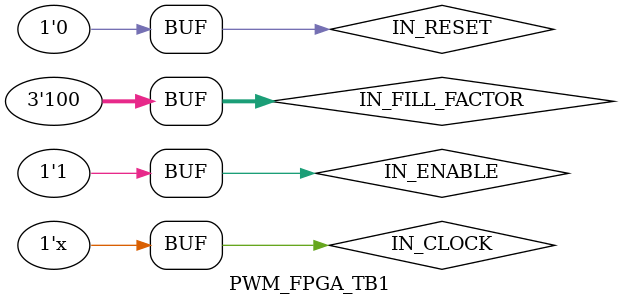
<source format=v>
`timescale 1ns/1ps
module PWM_FPGA_TB1
#(
	parameter CLOCK_FREQUENCY			=400000,
	parameter PWM_FREQUENCY				=100000,
	parameter MAX_VALUE					=4,
	parameter DEEP_FILL_FACTOR			=$clog2(MAX_VALUE)+1
);
localparam PERIOD_IN_CLOCK_NS=1000000000/CLOCK_FREQUENCY;

reg	IN_CLOCK,IN_RESET,IN_ENABLE;
reg	[DEEP_FILL_FACTOR-1:0] 	IN_FILL_FACTOR;
wire OUT_PWM_SIGNAL;


PWM_FPGA
#(
	.CLOCK_FREQUENCY(CLOCK_FREQUENCY),
	.PWM_FREQUENCY(PWM_FREQUENCY),
	.MAX_VALUE(MAX_VALUE)
)
PWM_MODULE
(
	IN_CLOCK,
	IN_RESET,
	IN_ENABLE,
	IN_FILL_FACTOR,
	OUT_PWM_SIGNAL
);

initial begin
	IN_CLOCK=0;
	IN_RESET=0;
	IN_ENABLE=0;
end
always 
	begin
		#(PERIOD_IN_CLOCK_NS/2)
		IN_CLOCK=!IN_CLOCK;
	end
	
	
initial begin
	#(PERIOD_IN_CLOCK_NS*10)
	IN_FILL_FACTOR=2;	
	#(PERIOD_IN_CLOCK_NS*3)
	IN_RESET=1;
	#(PERIOD_IN_CLOCK_NS*8)
	IN_RESET=0;
	#(PERIOD_IN_CLOCK_NS*12)
	IN_ENABLE=1;
	#(PERIOD_IN_CLOCK_NS*30)
	IN_FILL_FACTOR=3;	
	#(PERIOD_IN_CLOCK_NS*5)
	IN_RESET=1;
	#(PERIOD_IN_CLOCK_NS*40)
	IN_RESET=0;
	#(PERIOD_IN_CLOCK_NS*3)
	IN_FILL_FACTOR=1;	
	#(PERIOD_IN_CLOCK_NS*2)
	IN_RESET=1;
	#(PERIOD_IN_CLOCK_NS*3)
	IN_RESET=0;
	#(PERIOD_IN_CLOCK_NS*30)
	IN_FILL_FACTOR=0;
	#(PERIOD_IN_CLOCK_NS*3)
	IN_RESET=1;
	#(PERIOD_IN_CLOCK_NS*3)
	IN_RESET=0;
	#(PERIOD_IN_CLOCK_NS*30)
	IN_FILL_FACTOR=4;
	#(PERIOD_IN_CLOCK_NS*3)
	IN_RESET=1;
	#(PERIOD_IN_CLOCK_NS*3)
	IN_RESET=0;
end

endmodule

</source>
